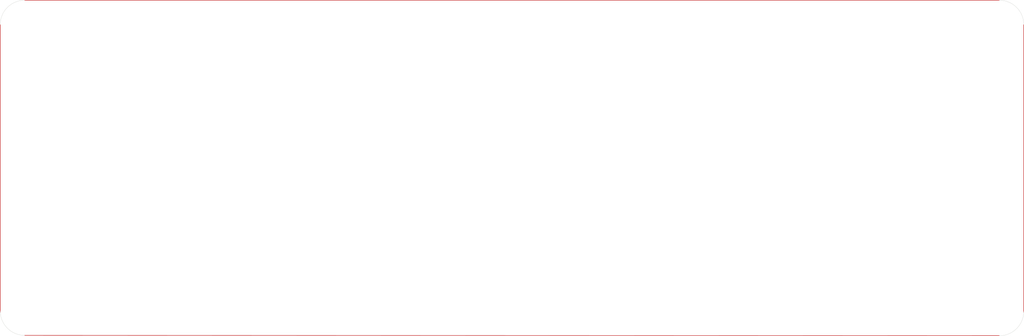
<source format=kicad_pcb>
(kicad_pcb
	(version 20241229)
	(generator "pcbnew")
	(generator_version "9.0")
	(general
		(thickness 1.6)
		(legacy_teardrops no)
	)
	(paper "User" 440 170)
	(layers
		(0 "F.Cu" signal)
		(2 "B.Cu" signal)
		(9 "F.Adhes" user "F.Adhesive")
		(11 "B.Adhes" user "B.Adhesive")
		(13 "F.Paste" user)
		(15 "B.Paste" user)
		(5 "F.SilkS" user "F.Silkscreen")
		(7 "B.SilkS" user "B.Silkscreen")
		(1 "F.Mask" user)
		(3 "B.Mask" user)
		(17 "Dwgs.User" user "User.Drawings")
		(19 "Cmts.User" user "User.Comments")
		(21 "Eco1.User" user "User.Eco1")
		(23 "Eco2.User" user "User.Eco2")
		(25 "Edge.Cuts" user)
		(27 "Margin" user)
		(31 "F.CrtYd" user "F.Courtyard")
		(29 "B.CrtYd" user "B.Courtyard")
		(35 "F.Fab" user)
		(33 "B.Fab" user)
		(39 "User.1" user)
		(41 "User.2" user)
		(43 "User.3" user)
		(45 "User.4" user)
	)
	(setup
		(pad_to_mask_clearance 0)
		(allow_soldermask_bridges_in_footprints no)
		(tenting front back)
		(pcbplotparams
			(layerselection 0x00000000_00000000_55555555_5755f5ff)
			(plot_on_all_layers_selection 0x00000000_00000000_00000000_00000000)
			(disableapertmacros no)
			(usegerberextensions no)
			(usegerberattributes yes)
			(usegerberadvancedattributes yes)
			(creategerberjobfile yes)
			(dashed_line_dash_ratio 12.000000)
			(dashed_line_gap_ratio 3.000000)
			(svgprecision 4)
			(plotframeref no)
			(mode 1)
			(useauxorigin no)
			(hpglpennumber 1)
			(hpglpenspeed 20)
			(hpglpendiameter 15.000000)
			(pdf_front_fp_property_popups yes)
			(pdf_back_fp_property_popups yes)
			(pdf_metadata yes)
			(pdf_single_document no)
			(dxfpolygonmode yes)
			(dxfimperialunits yes)
			(dxfusepcbnewfont yes)
			(psnegative no)
			(psa4output no)
			(plot_black_and_white yes)
			(sketchpadsonfab no)
			(plotpadnumbers no)
			(hidednponfab no)
			(sketchdnponfab yes)
			(crossoutdnponfab yes)
			(subtractmaskfromsilk no)
			(outputformat 1)
			(mirror no)
			(drillshape 1)
			(scaleselection 1)
			(outputdirectory "")
		)
	)
	(net 0 "")
	(gr_line
		(start 209 17)
		(end 217.5 17)
		(stroke
			(width 0.2)
			(type default)
		)
		(layer "F.Cu")
		(uuid "1439d99d-f722-401f-a5e1-cfb1a875bb62")
	)
	(gr_line
		(start 417.5 26.5)
		(end 417.5 138.5)
		(stroke
			(width 0.2)
			(type default)
		)
		(layer "F.Cu")
		(uuid "35b743be-d1a0-4524-87d2-405bab8dcf0d")
	)
	(gr_line
		(start 29 17)
		(end 408 17)
		(stroke
			(width 0.2)
			(type solid)
		)
		(layer "F.Cu")
		(uuid "6e6c3716-a91f-4f00-b7d5-52e080573b5f")
	)
	(gr_line
		(start 29 147.5)
		(end 408 147.65)
		(stroke
			(width 0.2)
			(type solid)
		)
		(layer "F.Cu")
		(uuid "93c99abb-50c4-4123-9e62-25309c951131")
	)
	(gr_line
		(start 19.5 26.5)
		(end 19.5 138.5)
		(stroke
			(width 0.2)
			(type default)
		)
		(layer "F.Cu")
		(uuid "b2657574-166c-4fd6-8dd7-3cecedae9a53")
	)
	(gr_circle
		(center 362 51.5)
		(end 371.4 51.5)
		(stroke
			(width 0.1)
			(type solid)
		)
		(fill no)
		(layer "Dwgs.User")
		(uuid "0480ba0c-b169-49bb-81d5-0f0562d83044")
	)
	(gr_circle
		(center 157 31)
		(end 166.4 31)
		(stroke
			(width 0.1)
			(type solid)
		)
		(fill no)
		(layer "Dwgs.User")
		(uuid "0daaeff0-7997-4ffb-8425-24f80ea2da55")
	)
	(gr_circle
		(center 116 133.5)
		(end 125.4 133.5)
		(stroke
			(width 0.1)
			(type solid)
		)
		(fill no)
		(layer "Dwgs.User")
		(uuid "0ee02993-c5b6-4aac-bd4a-8eab2a1a89c6")
	)
	(gr_circle
		(center 280 72)
		(end 289.4 72)
		(stroke
			(width 0.1)
			(type solid)
		)
		(fill no)
		(layer "Dwgs.User")
		(uuid "100430cc-f37c-4653-b618-0795e94629da")
	)
	(gr_circle
		(center 239 133.5)
		(end 248.4 133.5)
		(stroke
			(width 0.1)
			(type solid)
		)
		(fill no)
		(layer "Dwgs.User")
		(uuid "122c929f-b73f-41ba-95b3-93c172477c4a")
	)
	(gr_circle
		(center 259.5 31)
		(end 268.9 31)
		(stroke
			(width 0.1)
			(type solid)
		)
		(fill no)
		(layer "Dwgs.User")
		(uuid "12c252ba-1f4d-46d8-9aa5-78d2a83570a0")
	)
	(gr_circle
		(center 300.5 113)
		(end 309.9 113)
		(stroke
			(width 0.1)
			(type solid)
		)
		(fill no)
		(layer "Dwgs.User")
		(uuid "1968869d-db1d-4f7f-ae99-3495b1778336")
	)
	(gr_circle
		(center 239 31)
		(end 248.4 31)
		(stroke
			(width 0.1)
			(type solid)
		)
		(fill no)
		(layer "Dwgs.User")
		(uuid "1a37ec51-3f14-4c0b-a18a-63a584a7565e")
	)
	(gr_circle
		(center 403 113)
		(end 412.4 113)
		(stroke
			(width 0.1)
			(type solid)
		)
		(fill no)
		(layer "Dwgs.User")
		(uuid "1bcdd179-669b-4dfa-8ba7-fc8c04f4b76d")
	)
	(gr_circle
		(center 321 72)
		(end 330.4 72)
		(stroke
			(width 0.1)
			(type solid)
		)
		(fill no)
		(layer "Dwgs.User")
		(uuid "1c0c69fb-3dbb-4c9f-81ce-dc2f73db68df")
	)
	(gr_circle
		(center 136.5 72)
		(end 145.9 72)
		(stroke
			(width 0.1)
			(type solid)
		)
		(fill no)
		(layer "Dwgs.User")
		(uuid "2152d381-a79a-4df9-bdff-8e10bcc6f406")
	)
	(gr_circle
		(center 34 92.5)
		(end 43.4 92.5)
		(stroke
			(width 0.1)
			(type solid)
		)
		(fill no)
		(layer "Dwgs.User")
		(uuid "22ac5f64-507b-4c4c-a668-4910f962da47")
	)
	(gr_circle
		(center 362 72)
		(end 371.4 72)
		(stroke
			(width 0.1)
			(type solid)
		)
		(fill no)
		(layer "Dwgs.User")
		(uuid "28ade19f-f347-4010-ab35-efa5cc91ae0f")
	)
	(gr_circle
		(center 321 51.5)
		(end 330.4 51.5)
		(stroke
			(width 0.1)
			(type solid)
		)
		(fill no)
		(layer "Dwgs.User")
		(uuid "2952adc1-67e8-4820-8cf1-3f7fe478d389")
	)
	(gr_circle
		(center 136.5 113)
		(end 145.9 113)
		(stroke
			(width 0.1)
			(type solid)
		)
		(fill no)
		(layer "Dwgs.User")
		(uuid "297591ad-ced8-42bc-82c5-d13d51645817")
	)
	(gr_circle
		(center 341.5 72)
		(end 350.9 72)
		(stroke
			(width 0.1)
			(type solid)
		)
		(fill no)
		(layer "Dwgs.User")
		(uuid "2a14017c-8f55-4b3a-bdab-11728ee134a7")
	)
	(gr_circle
		(center 218.5 72)
		(end 227.9 72)
		(stroke
			(width 0.1)
			(type solid)
		)
		(fill no)
		(layer "Dwgs.User")
		(uuid "2a70f231-e0a9-4b44-902e-0d793694ebf1")
	)
	(gr_circle
		(center 116 31)
		(end 125.4 31)
		(stroke
			(width 0.1)
			(type solid)
		)
		(fill no)
		(layer "Dwgs.User")
		(uuid "2b7b629c-01bc-447e-812d-11a4a6555a1b")
	)
	(gr_circle
		(center 259.5 133.5)
		(end 268.9 133.5)
		(stroke
			(width 0.1)
			(type solid)
		)
		(fill no)
		(layer "Dwgs.User")
		(uuid "2cb2dd62-b664-49d2-b14e-6cedf84ba517")
	)
	(gr_circle
		(center 75 31)
		(end 84.4 31)
		(stroke
			(width 0.1)
			(type solid)
		)
		(fill no)
		(layer "Dwgs.User")
		(uuid "30555909-28f5-4600-91bc-59ec4db098b1")
	)
	(gr_circle
		(center 177.5 31)
		(end 186.9 31)
		(stroke
			(width 0.1)
			(type solid)
		)
		(fill no)
		(layer "Dwgs.User")
		(uuid "34084084-6809-4625-b82e-4c3080f36ea4")
	)
	(gr_circle
		(center 177.5 133.5)
		(end 186.9 133.5)
		(stroke
			(width 0.1)
			(type solid)
		)
		(fill no)
		(layer "Dwgs.User")
		(uuid "343893ba-b5a1-4ec3-aee3-b16ed5c86f27")
	)
	(gr_circle
		(center 218.5 51.5)
		(end 227.9 51.5)
		(stroke
			(width 0.1)
			(type solid)
		)
		(fill no)
		(layer "Dwgs.User")
		(uuid "347463ec-685c-449c-a33d-483f9916c2e6")
	)
	(gr_circle
		(center 403 72)
		(end 412.4 72)
		(stroke
			(width 0.1)
			(type solid)
		)
		(fill no)
		(layer "Dwgs.User")
		(uuid "354944b1-a335-4d6d-9539-7da310faaa05")
	)
	(gr_circle
		(center 198 31)
		(end 207.4 31)
		(stroke
			(width 0.1)
			(type solid)
		)
		(fill no)
		(layer "Dwgs.User")
		(uuid "3583195f-8c92-491f-a27e-bde5503d75f3")
	)
	(gr_circle
		(center 218.5 133.5)
		(end 227.9 133.5)
		(stroke
			(width 0.1)
			(type solid)
		)
		(fill no)
		(layer "Dwgs.User")
		(uuid "35d41da2-43cb-4bee-a843-20de57f8fff8")
	)
	(gr_circle
		(center 280 92.5)
		(end 289.4 92.5)
		(stroke
			(width 0.1)
			(type solid)
		)
		(fill no)
		(layer "Dwgs.User")
		(uuid "3781f555-5b5c-4a22-b609-a6fc2fd372d3")
	)
	(gr_circle
		(center 136.5 31)
		(end 145.9 31)
		(stroke
			(width 0.1)
			(type solid)
		)
		(fill no)
		(layer "Dwgs.User")
		(uuid "3bf86171-827f-4840-96ad-c2ce3ef21567")
	)
	(gr_circle
		(center 54.5 92.5)
		(end 63.9 92.5)
		(stroke
			(width 0.1)
			(type solid)
		)
		(fill no)
		(layer "Dwgs.User")
		(uuid "3e3399ea-f6dc-4e4c-b081-c6d160d5cf91")
	)
	(gr_circle
		(center 239 51.5)
		(end 248.4 51.5)
		(stroke
			(width 0.1)
			(type solid)
		)
		(fill no)
		(layer "Dwgs.User")
		(uuid "415533e5-01fd-4bb6-9acb-18a8dd3c1123")
	)
	(gr_circle
		(center 280 133.5)
		(end 289.4 133.5)
		(stroke
			(width 0.1)
			(type solid)
		)
		(fill no)
		(layer "Dwgs.User")
		(uuid "41652ef6-190a-4d66-a27c-13c9bb0bd6be")
	)
	(gr_circle
		(center 403 92.5)
		(end 412.4 92.5)
		(stroke
			(width 0.1)
			(type solid)
		)
		(fill no)
		(layer "Dwgs.User")
		(uuid "431c2f22-4abc-48c6-b1b7-3731f8759828")
	)
	(gr_circle
		(center 34 72)
		(end 43.4 72)
		(stroke
			(width 0.1)
			(type solid)
		)
		(fill no)
		(layer "Dwgs.User")
		(uuid "4377541b-402c-48fe-8c3b-87935b77b7e6")
	)
	(gr_circle
		(center 362 92.5)
		(end 371.4 92.5)
		(stroke
			(width 0.1)
			(type solid)
		)
		(fill no)
		(layer "Dwgs.User")
		(uuid "4adcdb27-012e-4aae-8f8d-60e9b4d5e75d")
	)
	(gr_circle
		(center 95.5 51.5)
		(end 104.9 51.5)
		(stroke
			(width 0.1)
			(type solid)
		)
		(fill no)
		(layer "Dwgs.User")
		(uuid "4ae5bb92-4792-400b-89be-6b6e23e46a6a")
	)
	(gr_circle
		(center 177.5 92.5)
		(end 186.9 92.5)
		(stroke
			(width 0.1)
			(type solid)
		)
		(fill no)
		(layer "Dwgs.User")
		(uuid "4b4cebb7-6f87-4f79-b0f9-b045e5a1dfc4")
	)
	(gr_circle
		(center 403 133.5)
		(end 412.4 133.5)
		(stroke
			(width 0.1)
			(type solid)
		)
		(fill no)
		(layer "Dwgs.User")
		(uuid "4b6842fa-3c6a-405f-9185-6146ed81bdad")
	)
	(gr_circle
		(center 321 113)
		(end 330.4 113)
		(stroke
			(width 0.1)
			(type solid)
		)
		(fill no)
		(layer "Dwgs.User")
		(uuid "4e60f839-09c7-4d7f-ad5e-90b60a0f0c50")
	)
	(gr_circle
		(center 218.5 31)
		(end 227.9 31)
		(stroke
			(width 0.1)
			(type solid)
		)
		(fill no)
		(layer "Dwgs.User")
		(uuid "4ec87d6a-5504-46e4-af7d-d4ebc4e1c9ac")
	)
	(gr_circle
		(center 34 133.5)
		(end 43.4 133.5)
		(stroke
			(width 0.1)
			(type solid)
		)
		(fill no)
		(layer "Dwgs.User")
		(uuid "4ef7f3c3-6e94-455a-b984-2937bd365cc9")
	)
	(gr_circle
		(center 136.5 133.5)
		(end 145.9 133.5)
		(stroke
			(width 0.1)
			(type solid)
		)
		(fill no)
		(layer "Dwgs.User")
		(uuid "52f716d7-d3a1-48ce-b23d-3056d7f42798")
	)
	(gr_circle
		(center 403 31)
		(end 412.4 31)
		(stroke
			(width 0.1)
			(type solid)
		)
		(fill no)
		(layer "Dwgs.User")
		(uuid "55e09813-a900-4c9b-a245-cf024d8de8b5")
	)
	(gr_circle
		(center 341.5 51.5)
		(end 350.9 51.5)
		(stroke
			(width 0.1)
			(type solid)
		)
		(fill no)
		(layer "Dwgs.User")
		(uuid "5cab563d-8809-4bb2-ba15-df38df211460")
	)
	(gr_circle
		(center 362 31)
		(end 371.4 31)
		(stroke
			(width 0.1)
			(type solid)
		)
		(fill no)
		(layer "Dwgs.User")
		(uuid "5cee22c4-a9d1-4b3d-a714-8352cd6ab14c")
	)
	(gr_circle
		(center 75 51.5)
		(end 84.4 51.5)
		(stroke
			(width 0.1)
			(type solid)
		)
		(fill no)
		(layer "Dwgs.User")
		(uuid "5e0b3216-8bfb-46cf-963f-534717774a9f")
	)
	(gr_circle
		(center 382.5 31)
		(end 391.9 31)
		(stroke
			(width 0.1)
			(type solid)
		)
		(fill no)
		(layer "Dwgs.User")
		(uuid "630dd83b-bb65-4136-99e8-2046aca65c2b")
	)
	(gr_circle
		(center 198 113)
		(end 207.4 113)
		(stroke
			(width 0.1)
			(type solid)
		)
		(fill no)
		(layer "Dwgs.User")
		(uuid "6347f5bb-9636-4adb-872a-e3c7bda2b49a")
	)
	(gr_circle
		(center 75 72)
		(end 84.4 72)
		(stroke
			(width 0.1)
			(type solid)
		)
		(fill no)
		(layer "Dwgs.User")
		(uuid "67f119a2-d71d-4a0b-8ca6-9d9c93e8581a")
	)
	(gr_circle
		(center 259.5 113)
		(end 268.9 113)
		(stroke
			(width 0.1)
			(type solid)
		)
		(fill no)
		(layer "Dwgs.User")
		(uuid "6b113054-bea8-4303-bcf6-d85faf280311")
	)
	(gr_circle
		(center 177.5 113)
		(end 186.9 113)
		(stroke
			(width 0.1)
			(type solid)
		)
		(fill no)
		(layer "Dwgs.User")
		(uuid "7290d1a7-6f4d-4b4e-92f2-f610f5aa90b8")
	)
	(gr_circle
		(center 300.5 133.5)
		(end 309.9 133.5)
		(stroke
			(width 0.1)
			(type solid)
		)
		(fill no)
		(layer "Dwgs.User")
		(uuid "7553207f-6467-4ad3-ae6e-dc355d697548")
	)
	(gr_circle
		(center 259.5 72)
		(end 268.9 72)
		(stroke
			(width 0.1)
			(type solid)
		)
		(fill no)
		(layer "Dwgs.User")
		(uuid "78c27a98-109c-4ad0-867c-52ba406d29d7")
	)
	(gr_circle
		(center 341.5 113)
		(end 350.9 113)
		(stroke
			(width 0.1)
			(type solid)
		)
		(fill no)
		(layer "Dwgs.User")
		(uuid "7c6e6dde-d327-4e64-b71a-5d58b46b4e7f")
	)
	(gr_circle
		(center 54.5 72)
		(end 63.9 72)
		(stroke
			(width 0.1)
			(type solid)
		)
		(fill no)
		(layer "Dwgs.User")
		(uuid "81e978b7-3046-4207-9d25-3a9f75bb1c3c")
	)
	(gr_circle
		(center 280 113)
		(end 289.4 113)
		(stroke
			(width 0.1)
			(type solid)
		)
		(fill no)
		(layer "Dwgs.User")
		(uuid "862242b4-4c32-4dc6-a058-39f43fa58aec")
	)
	(gr_circle
		(center 403 51.5)
		(end 412.4 51.5)
		(stroke
			(width 0.1)
			(type solid)
		)
		(fill no)
		(layer "Dwgs.User")
		(uuid "88589305-0991-44cb-9396-e4de86c164e8")
	)
	(gr_circle
		(center 321 133.5)
		(end 330.4 133.5)
		(stroke
			(width 0.1)
			(type solid)
		)
		(fill no)
		(layer "Dwgs.User")
		(uuid "8905be37-bb86-4038-9ecf-8e8d4c260392")
	)
	(gr_circle
		(center 95.5 113)
		(end 104.9 113)
		(stroke
			(width 0.1)
			(type solid)
		)
		(fill no)
		(layer "Dwgs.User")
		(uuid "8910270e-54c1-4ca2-91f7-7c5454a83fd5")
	)
	(gr_circle
		(center 116 51.5)
		(end 125.4 51.5)
		(stroke
			(width 0.1)
			(type solid)
		)
		(fill no)
		(layer "Dwgs.User")
		(uuid "896e809f-58c0-413c-871f-a4a31830bef3")
	)
	(gr_circle
		(center 218.5 113)
		(end 227.9 113)
		(stroke
			(width 0.1)
			(type solid)
		)
		(fill no)
		(layer "Dwgs.User")
		(uuid "8b3ba186-9862-431d-9d7c-b66e4a309b6f")
	)
	(gr_circle
		(center 300.5 51.5)
		(end 309.9 51.5)
		(stroke
			(width 0.1)
			(type solid)
		)
		(fill no)
		(layer "Dwgs.User")
		(uuid "8defaa61-48fd-4254-9638-f7040a8437d6")
	)
	(gr_circle
		(center 54.5 51.5)
		(end 63.9 51.5)
		(stroke
			(width 0.1)
			(type solid)
		)
		(fill no)
		(layer "Dwgs.User")
		(uuid "8f563fd7-4d45-4775-a567-44f2344c5160")
	)
	(gr_circle
		(center 259.5 51.5)
		(end 268.9 51.5)
		(stroke
			(width 0.1)
			(type solid)
		)
		(fill no)
		(layer "Dwgs.User")
		(uuid "90c98da5-2f68-4e74-b6d4-f803a98955aa")
	)
	(gr_circle
		(center 34 31)
		(end 43.4 31)
		(stroke
			(width 0.1)
			(type solid)
		)
		(fill no)
		(layer "Dwgs.User")
		(uuid "93d43906-aac3-4b8e-ac37-efacfedb4c2a")
	)
	(gr_circle
		(center 198 133.5)
		(end 207.4 133.5)
		(stroke
			(width 0.1)
			(type solid)
		)
		(fill no)
		(layer "Dwgs.User")
		(uuid "98a16989-9a8d-4014-9ae2-57c86521c4a6")
	)
	(gr_circle
		(center 75 133.5)
		(end 84.4 133.5)
		(stroke
			(width 0.1)
			(type solid)
		)
		(fill no)
		(layer "Dwgs.User")
		(uuid "9ad7e6c0-2a67-44bd-a3a1-c4f3fbc0ed2e")
	)
	(gr_circle
		(center 341.5 92.5)
		(end 350.9 92.5)
		(stroke
			(width 0.1)
			(type solid)
		)
		(fill no)
		(layer "Dwgs.User")
		(uuid "9b64095d-185c-4dfe-83a7-617d6118e155")
	)
	(gr_circle
		(center 136.5 92.5)
		(end 145.9 92.5)
		(stroke
			(width 0.1)
			(type solid)
		)
		(fill no)
		(layer "Dwgs.User")
		(uuid "9caedb76-f08c-4d07-850f-796d48d5f807")
	)
	(gr_circle
		(center 116 92.5)
		(end 125.4 92.5)
		(stroke
			(width 0.1)
			(type solid)
		)
		(fill no)
		(layer "Dwgs.User")
		(uuid "9de951f1-5047-40c6-a513-edbd142ea75f")
	)
	(gr_circle
		(center 239 92.5)
		(end 248.4 92.5)
		(stroke
			(width 0.1)
			(type solid)
		)
		(fill no)
		(layer "Dwgs.User")
		(uuid "9dfcab47-0992-4398-bd97-8a15e25a4fcd")
	)
	(gr_circle
		(center 157 133.5)
		(end 166.4 133.5)
		(stroke
			(width 0.1)
			(type solid)
		)
		(fill no)
		(layer "Dwgs.User")
		(uuid "9ed42221-8e59-4fba-8577-638758c79d5e")
	)
	(gr_circle
		(center 54.5 113)
		(end 63.9 113)
		(stroke
			(width 0.1)
			(type solid)
		)
		(fill no)
		(layer "Dwgs.User")
		(uuid "a1654c76-f2b7-4dce-8905-99560b51e2f4")
	)
	(gr_circle
		(center 198 92.5)
		(end 207.4 92.5)
		(stroke
			(width 0.1)
			(type solid)
		)
		(fill no)
		(layer "Dwgs.User")
		(uuid "a4b7177c-f906-4119-b00f-a8775912779c")
	)
	(gr_circle
		(center 177.5 72)
		(end 186.9 72)
		(stroke
			(width 0.1)
			(type solid)
		)
		(fill no)
		(layer "Dwgs.User")
		(uuid "a9197ae8-bfb0-4a33-bd85-cca0a6e26532")
	)
	(gr_circle
		(center 382.5 133.5)
		(end 391.9 133.5)
		(stroke
			(width 0.1)
			(type solid)
		)
		(fill no)
		(layer "Dwgs.User")
		(uuid "aae84419-dc46-4683-a3c2-8379f78d9908")
	)
	(gr_circle
		(center 177.5 51.5)
		(end 186.9 51.5)
		(stroke
			(width 0.1)
			(type solid)
		)
		(fill no)
		(layer "Dwgs.User")
		(uuid "abe7ce44-7468-4604-b578-03bc5f0286b3")
	)
	(gr_circle
		(center 382.5 92.5)
		(end 391.9 92.5)
		(stroke
			(width 0.1)
			(type solid)
		)
		(fill no)
		(layer "Dwgs.User")
		(uuid "ac171f8e-6a61-4e66-b9c9-7b527d11670e")
	)
	(gr_circle
		(center 34 113)
		(end 43.4 113)
		(stroke
			(width 0.1)
			(type solid)
		)
		(fill no)
		(layer "Dwgs.User")
		(uuid "b0317c40-374d-4d27-992f-9bab2b65c965")
	)
	(gr_circle
		(center 157 72)
		(end 166.4 72)
		(stroke
			(width 0.1)
			(type solid)
		)
		(fill no)
		(layer "Dwgs.User")
		(uuid "b827de0a-00fd-4280-9d6e-a12bbd613d05")
	)
	(gr_circle
		(center 239 72)
		(end 248.4 72)
		(stroke
			(width 0.1)
			(type solid)
		)
		(fill no)
		(layer "Dwgs.User")
		(uuid "b9f0dfd7-9477-449f-be0c-de1477d7e2b9")
	)
	(gr_circle
		(center 75 113)
		(end 84.4 113)
		(stroke
			(width 0.1)
			(type solid)
		)
		(fill no)
		(layer "Dwgs.User")
		(uuid "ba407c4d-d91b-4877-a948-01143684e700")
	)
	(gr_circle
		(center 157 113)
		(end 166.4 113)
		(stroke
			(width 0.1)
			(type solid)
		)
		(fill no)
		(layer "Dwgs.User")
		(uuid "bf3eeea9-c3fb-4dcd-8e70-ac08b4e086b3")
	)
	(gr_circle
		(center 259.5 92.5)
		(end 268.9 92.5)
		(stroke
			(width 0.1)
			(type solid)
		)
		(fill no)
		(layer "Dwgs.User")
		(uuid "c08fb52c-e79d-4a9d-9ede-ca85e48f1f89")
	)
	(gr_circle
		(center 280 51.5)
		(end 289.4 51.5)
		(stroke
			(width 0.1)
			(type solid)
		)
		(fill no)
		(layer "Dwgs.User")
		(uuid "c1ce0727-ef78-40ac-a696-3787719e36bb")
	)
	(gr_circle
		(center 157 51.5)
		(end 166.4 51.5)
		(stroke
			(width 0.1)
			(type solid)
		)
		(fill no)
		(layer "Dwgs.User")
		(uuid "c2036fae-2567-4827-8987-02410df060ac")
	)
	(gr_circle
		(center 382.5 51.5)
		(end 391.9 51.5)
		(stroke
			(width 0.1)
			(type solid)
		)
		(fill no)
		(layer "Dwgs.User")
		(uuid "c35e00ad-5a98-4e89-bd77-bc152af4ad8d")
	)
	(gr_circle
		(center 198 72)
		(end 207.4 72)
		(stroke
			(width 0.1)
			(type solid)
		)
		(fill no)
		(layer "Dwgs.User")
		(uuid "c36896fc-fb11-4300-8397-fb676baf646f")
	)
	(gr_circle
		(center 198 51.5)
		(end 207.4 51.5)
		(stroke
			(width 0.1)
			(type solid)
		)
		(fill no)
		(layer "Dwgs.User")
		(uuid "c53f84ef-12a3-4087-a48b-b90513e4bb0e")
	)
	(gr_circle
		(center 321 92.5)
		(end 330.4 92.5)
		(stroke
			(width 0.1)
			(type solid)
		)
		(fill no)
		(layer "Dwgs.User")
		(uuid "c947076d-10bc-413b-871f-b08b1d2313f1")
	)
	(gr_circle
		(center 321 31)
		(end 330.4 31)
		(stroke
			(width 0.1)
			(type solid)
		)
		(fill no)
		(layer "Dwgs.User")
		(uuid "c9f03aca-ee60-481d-a164-b110968b82d4")
	)
	(gr_circle
		(center 95.5 31)
		(end 104.9 31)
		(stroke
			(width 0.1)
			(type solid)
		)
		(fill no)
		(layer "Dwgs.User")
		(uuid "cb216968-4ab7-42eb-8414-e6bf3817128f")
	)
	(gr_circle
		(center 116 113)
		(end 125.4 113)
		(stroke
			(width 0.1)
			(type solid)
		)
		(fill no)
		(layer "Dwgs.User")
		(uuid "ce96cd8b-0947-435c-b093-71560537d036")
	)
	(gr_circle
		(center 95.5 133.5)
		(end 104.9 133.5)
		(stroke
			(width 0.1)
			(type solid)
		)
		(fill no)
		(layer "Dwgs.User")
		(uuid "cf27eeef-1cbf-424c-bd7c-942f36607c53")
	)
	(gr_circle
		(center 362 133.5)
		(end 371.4 133.5)
		(stroke
			(width 0.1)
			(type solid)
		)
		(fill no)
		(layer "Dwgs.User")
		(uuid "cfe5b1b6-b092-4e64-b696-2c24b16d67cc")
	)
	(gr_circle
		(center 157 92.5)
		(end 166.4 92.5)
		(stroke
			(width 0.1)
			(type solid)
		)
		(fill no)
		(layer "Dwgs.User")
		(uuid "d08d5947-f37f-4af8-82c9-720526b3b973")
	)
	(gr_circle
		(center 362 113)
		(end 371.4 113)
		(stroke
			(width 0.1)
			(type solid)
		)
		(fill no)
		(layer "Dwgs.User")
		(uuid "d628a8c9-f1be-4c3f-9c69-98e89e2697ab")
	)
	(gr_circle
		(center 136.5 51.5)
		(end 145.9 51.5)
		(stroke
			(width 0.1)
			(type solid)
		)
		(fill no)
		(layer "Dwgs.User")
		(uuid "d63c924d-750e-4bac-a082-dbba14d774c4")
	)
	(gr_circle
		(center 239 113)
		(end 248.4 113)
		(stroke
			(width 0.1)
			(type solid)
		)
		(fill no)
		(layer "Dwgs.User")
		(uuid "d73e0760-edec-4d9e-b166-a219a50b4f4d")
	)
	(gr_circle
		(center 54.5 31)
		(end 63.9 31)
		(stroke
			(width 0.1)
			(type solid)
		)
		(fill no)
		(layer "Dwgs.User")
		(uuid "d7fa6697-44a2-4e79-91ae-61c69b519592")
	)
	(gr_circle
		(center 95.5 72)
		(end 104.9 72)
		(stroke
			(width 0.1)
			(type solid)
		)
		(fill no)
		(layer "Dwgs.User")
		(uuid "dc42d48f-41db-498a-ac0f-349c45a635be")
	)
	(gr_circle
		(center 218.5 92.5)
		(end 227.9 92.5)
		(stroke
			(width 0.1)
			(type solid)
		)
		(fill no)
		(layer "Dwgs.User")
		(uuid "de2cb699-5de9-441c-9ec2-d23ebc058129")
	)
	(gr_circle
		(center 300.5 31)
		(end 309.9 31)
		(stroke
			(width 0.1)
			(type solid)
		)
		(fill no)
		(layer "Dwgs.User")
		(uuid "ded1ca07-dcfb-469b-ba78-4bb9f289d877")
	)
	(gr_circle
		(center 300.5 72)
		(end 309.9 72)
		(stroke
			(width 0.1)
			(type solid)
		)
		(fill no)
		(layer "Dwgs.User")
		(uuid "e0476484-688c-47e4-a455-178f030e17c3")
	)
	(gr_circle
		(center 341.5 31)
		(end 350.9 31)
		(stroke
			(width 0.1)
			(type solid)
		)
		(fill no)
		(layer "Dwgs.User")
		(uuid "e350fc67-1e3d-446f-92f4-b60d9a448140")
	)
	(gr_circle
		(center 54.5 133.5)
		(end 63.9 133.5)
		(stroke
			(width 0.1)
			(type solid)
		)
		(fill no)
		(layer "Dwgs.User")
		(uuid "e798d58e-5924-4933-89b5-f140e2269aa4")
	)
	(gr_circle
		(center 280 31)
		(end 289.4 31)
		(stroke
			(width 0.1)
			(type solid)
		)
		(fill no)
		(layer "Dwgs.User")
		(uuid "ed6783a3-2911-4c52-9e26-596f9706dd46")
	)
	(gr_circle
		(center 341.5 133.5)
		(end 350.9 133.5)
		(stroke
			(width 0.1)
			(type solid)
		)
		(fill no)
		(layer "Dwgs.User")
		(uuid "ef27328d-5ec0-4340-b8d5-25f03058a8ed")
	)
	(gr_circle
		(center 300.5 92.5)
		(end 309.9 92.5)
		(stroke
			(width 0.1)
			(type solid)
		)
		(fill no)
		(layer "Dwgs.User")
		(uuid "ef3762cf-8b5e-428d-82b6-46e758af17a1")
	)
	(gr_circle
		(center 75 92.5)
		(end 84.4 92.5)
		(stroke
			(width 0.1)
			(type solid)
		)
		(fill no)
		(layer "Dwgs.User")
		(uuid "ef3a9887-6141-4d83-b19a-e71b0fbad109")
	)
	(gr_circle
		(center 116 72)
		(end 125.4 72)
		(stroke
			(width 0.1)
			(type solid)
		)
		(fill no)
		(layer "Dwgs.User")
		(uuid "f294152f-7a81-47ce-8f59-6a153facf7dc")
	)
	(gr_circle
		(center 382.5 72)
		(end 391.9 72)
		(stroke
			(width 0.1)
			(type solid)
		)
		(fill no)
		(layer "Dwgs.User")
		(uuid "f29b9ff1-0418-4930-bfa5-be6ae97e7171")
	)
	(gr_circle
		(center 34 51.5)
		(end 43.4 51.5)
		(stroke
			(width 0.1)
			(type solid)
		)
		(fill no)
		(layer "Dwgs.User")
		(uuid "f44547b9-04d6-48b5-b4e9-1daca113999c")
	)
	(gr_circle
		(center 95.5 92.5)
		(end 104.9 92.5)
		(stroke
			(width 0.1)
			(type solid)
		)
		(fill no)
		(layer "Dwgs.User")
		(uuid "f5b64097-343d-46d7-a40e-dfaa07665e4c")
	)
	(gr_circle
		(center 382.5 113)
		(end 391.9 113)
		(stroke
			(width 0.1)
			(type solid)
		)
		(fill no)
		(layer "Dwgs.User")
		(uuid "fddd447f-d3f2-4d2b-90c1-72e9e5244157")
	)
	(gr_arc
		(start 408 17)
		(mid 414.717514 19.782486)
		(end 417.5 26.5)
		(stroke
			(width 0.1)
			(type solid)
		)
		(layer "Edge.Cuts")
		(uuid "22020896-c869-437a-be73-f572144ef63e")
	)
	(gr_arc
		(start 417.5 138.15)
		(mid 414.717514 144.867514)
		(end 408 147.65)
		(stroke
			(width 0.1)
			(type solid)
		)
		(layer "Edge.Cuts")
		(uuid "2e09fe1b-f163-4e6f-b734-ebee74381976")
	)
	(gr_arc
		(start 19.499999 26.499999)
		(mid 22.282485 19.782485)
		(end 28.999999 16.999999)
		(stroke
			(width 0.1)
			(type solid)
		)
		(layer "Edge.Cuts")
		(uuid "4e31df98-593b-4089-894c-7b7ef052dc75")
	)
	(gr_arc
		(start 28.999999 147.500001)
		(mid 22.282485 144.717515)
		(end 19.499999 138.000001)
		(stroke
			(width 0.1)
			(type solid)
		)
		(layer "Edge.Cuts")
		(uuid "97288b22-cbba-4b56-84c6-56d77cae06e4")
	)
	(embedded_fonts no)
)

</source>
